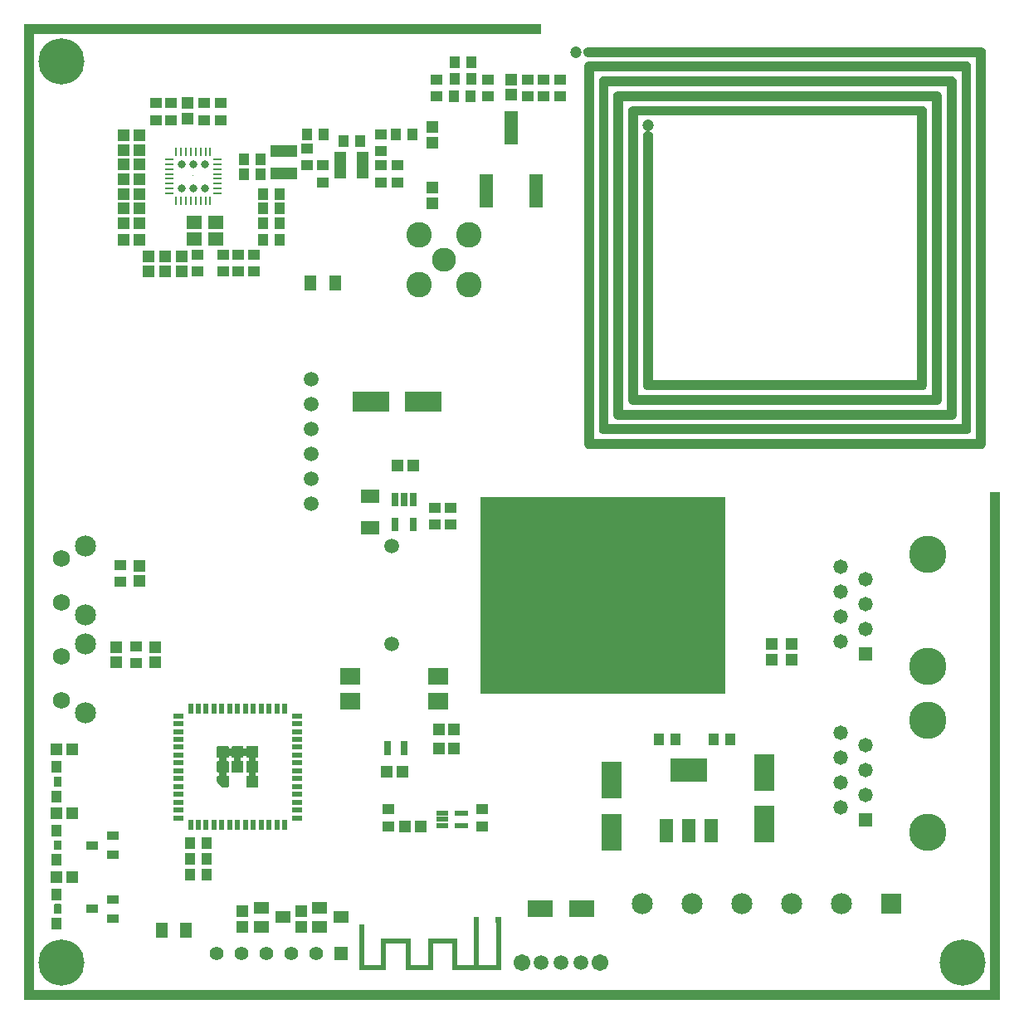
<source format=gts>
G04*
G04 #@! TF.GenerationSoftware,Altium Limited,Altium Designer,24.5.2 (23)*
G04*
G04 Layer_Color=8388736*
%FSLAX25Y25*%
%MOIN*%
G70*
G04*
G04 #@! TF.SameCoordinates,B46FEEB2-3EEE-4911-894C-B78D551571A6*
G04*
G04*
G04 #@! TF.FilePolarity,Negative*
G04*
G01*
G75*
%ADD42R,0.01102X0.03347*%
%ADD43R,0.03347X0.01102*%
%ADD44R,0.00083X0.00083*%
%ADD45R,0.05524X0.02375*%
%ADD46R,0.05039X0.01890*%
%ADD47R,0.03162X0.05524*%
%ADD48R,0.02835X0.05197*%
%ADD49R,0.05524X0.09461*%
%ADD50R,0.14580X0.09461*%
%ADD51R,0.08280X0.06706*%
%ADD52R,0.06312X0.04737*%
%ADD53R,0.04737X0.06391*%
%ADD54R,0.06312X0.05524*%
%ADD55R,0.14580X0.08083*%
%ADD56R,0.08083X0.14580*%
%ADD57R,0.04737X0.04343*%
%ADD58R,0.04816X0.04501*%
%ADD59R,0.04501X0.04816*%
%ADD60R,0.04343X0.04737*%
%ADD61R,0.04796X0.10800*%
%ADD62R,0.10800X0.04796*%
%ADD63R,0.10052X0.06902*%
%ADD64R,0.02375X0.03950*%
%ADD65R,0.03950X0.02375*%
%ADD66R,0.05485X0.13792*%
%ADD67R,0.05131X0.03359*%
%ADD68R,0.07493X0.05328*%
%ADD69R,0.02737X0.01981*%
%ADD70R,0.02480X0.21299*%
%ADD71R,0.01968X0.21299*%
%ADD72R,0.19685X0.01968*%
%ADD73R,0.01968X0.12598*%
%ADD74R,0.11811X0.01968*%
%ADD75R,0.11024X0.01968*%
%ADD76R,0.10630X0.01968*%
%ADD77R,0.01968X0.18386*%
%ADD78R,0.05792X0.05792*%
%ADD79C,0.05792*%
%ADD80C,0.14973*%
%ADD81C,0.00362*%
%ADD82C,0.08477*%
%ADD83C,0.06863*%
%ADD84C,0.04737*%
%ADD85C,0.10249*%
%ADD86C,0.09658*%
%ADD87C,0.05918*%
%ADD88R,0.08477X0.08477*%
%ADD89C,0.05603*%
%ADD90R,0.05603X0.05603*%
%ADD91C,0.06706*%
%ADD92C,0.03162*%
%ADD93C,0.18517*%
G36*
X386379Y383308D02*
X386933Y382753D01*
X387233Y382029D01*
Y381638D01*
Y224157D01*
Y223765D01*
X386933Y223041D01*
X386379Y222487D01*
X385655Y222187D01*
X227391D01*
X226667Y222487D01*
X226113Y223041D01*
X225813Y223765D01*
Y224157D01*
X225813Y375732D01*
Y376124D01*
X226113Y376848D01*
X226667Y377402D01*
X227391Y377702D01*
X227783Y377702D01*
X379358Y377702D01*
X379750D01*
X380474Y377402D01*
X381028Y376848D01*
X381328Y376124D01*
Y375732D01*
X381328Y230063D01*
X381328D01*
X381328Y229671D01*
X381028Y228947D01*
X380474Y228393D01*
X379750Y228093D01*
X379358Y228093D01*
X233688Y228093D01*
X233297D01*
X232573Y228393D01*
X232018Y228947D01*
X231719Y229671D01*
Y230063D01*
X231719Y369827D01*
Y370218D01*
X232018Y370942D01*
X232573Y371497D01*
X233297Y371796D01*
X233689D01*
X373452Y371796D01*
X373452Y371796D01*
X373844Y371796D01*
X374568Y371497D01*
X375122Y370942D01*
X375422Y370218D01*
X375422Y369827D01*
X375422Y235968D01*
X375422D01*
X375422Y235576D01*
X375122Y234852D01*
X374568Y234298D01*
X373844Y233998D01*
X373452Y233998D01*
X239594Y233998D01*
X239202D01*
X238478Y234298D01*
X237924Y234852D01*
X237624Y235576D01*
Y235968D01*
X237624Y363921D01*
Y364313D01*
X237924Y365037D01*
X238478Y365591D01*
X239202Y365891D01*
X239594Y365891D01*
X367547Y365891D01*
X367547Y365891D01*
X367939Y365891D01*
X368663Y365591D01*
X369217Y365037D01*
X369517Y364313D01*
X369517Y363921D01*
X369517Y241874D01*
X369517D01*
X369517Y241482D01*
X369217Y240758D01*
X368663Y240204D01*
X367939Y239904D01*
X367547Y239904D01*
X245500Y239904D01*
X245108D01*
X244384Y240204D01*
X243829Y240758D01*
X243530Y241482D01*
Y241874D01*
X243530Y358015D01*
Y358407D01*
X243829Y359131D01*
X244384Y359686D01*
X245108Y359985D01*
X245500D01*
X361641Y359985D01*
X361641Y359985D01*
X362033Y359985D01*
X362757Y359686D01*
X363311Y359131D01*
X363611Y358407D01*
X363611Y358015D01*
X363611Y247779D01*
Y247387D01*
X363311Y246663D01*
X362757Y246109D01*
X362033Y245809D01*
X251013D01*
X250289Y246109D01*
X249735Y246663D01*
X249435Y247387D01*
Y247779D01*
Y347990D01*
Y348382D01*
X249735Y349106D01*
X250289Y349660D01*
X251013Y349960D01*
X251797D01*
X252521Y349660D01*
X253075Y349106D01*
X253375Y348382D01*
Y347990D01*
Y249749D01*
X359671D01*
Y356046D01*
X247470Y356046D01*
X247470Y243844D01*
X365577D01*
X365577Y361951D01*
X241564Y361951D01*
X241564Y237938D01*
X371482D01*
X371482Y367857D01*
X235659Y367857D01*
X235659Y232033D01*
X377388D01*
X377388Y373762D01*
X229753Y373762D01*
X229753Y226127D01*
X383293D01*
Y379667D01*
X227167D01*
X226443Y379967D01*
X225889Y380522D01*
X225589Y381246D01*
Y382029D01*
X225889Y382753D01*
X226443Y383308D01*
X227167Y383608D01*
X385655D01*
X386379Y383308D01*
D02*
G37*
G36*
X282480Y124016D02*
X184055D01*
Y202756D01*
X282480D01*
Y124016D01*
D02*
G37*
G36*
X94541Y102760D02*
X94592Y102749D01*
X94642Y102733D01*
X94689Y102709D01*
X94732Y102680D01*
X94772Y102646D01*
X94806Y102606D01*
X94835Y102563D01*
X94858Y102516D01*
X94875Y102466D01*
X94886Y102415D01*
X94889Y102362D01*
Y98425D01*
X94886Y98373D01*
X94875Y98321D01*
X94858Y98272D01*
X94835Y98225D01*
X94806Y98181D01*
X94772Y98142D01*
X94732Y98107D01*
X94689Y98078D01*
X94642Y98055D01*
X94592Y98038D01*
X94541Y98028D01*
X94488Y98024D01*
X93905D01*
Y96858D01*
X94488D01*
X94541Y96854D01*
X94592Y96844D01*
X94642Y96827D01*
X94689Y96804D01*
X94732Y96775D01*
X94772Y96740D01*
X94806Y96701D01*
X94835Y96657D01*
X94858Y96610D01*
X94875Y96561D01*
X94886Y96509D01*
X94889Y96457D01*
Y92520D01*
X94886Y92467D01*
X94875Y92416D01*
X94858Y92366D01*
X94835Y92319D01*
X94806Y92276D01*
X94772Y92236D01*
X94732Y92202D01*
X94689Y92172D01*
X94642Y92149D01*
X94592Y92133D01*
X94541Y92122D01*
X94488Y92119D01*
X93905D01*
Y90952D01*
X94488D01*
X94541Y90949D01*
X94592Y90938D01*
X94642Y90921D01*
X94689Y90898D01*
X94732Y90869D01*
X94772Y90835D01*
X94806Y90795D01*
X94835Y90752D01*
X94858Y90705D01*
X94875Y90655D01*
X94886Y90604D01*
X94889Y90551D01*
Y86614D01*
X94886Y86562D01*
X94875Y86510D01*
X94858Y86461D01*
X94835Y86414D01*
X94806Y86370D01*
X94772Y86331D01*
X94732Y86296D01*
X94689Y86267D01*
X94642Y86244D01*
X94592Y86227D01*
X94541Y86217D01*
X94488Y86213D01*
X90551D01*
X90499Y86217D01*
X90447Y86227D01*
X90398Y86244D01*
X90351Y86267D01*
X90307Y86296D01*
X90268Y86331D01*
X90233Y86370D01*
X90204Y86414D01*
X90181Y86461D01*
X90164Y86510D01*
X90154Y86562D01*
X90150Y86614D01*
Y90551D01*
X90154Y90604D01*
X90164Y90655D01*
X90181Y90705D01*
X90204Y90752D01*
X90233Y90795D01*
X90268Y90835D01*
X90307Y90869D01*
X90351Y90898D01*
X90398Y90921D01*
X90447Y90938D01*
X90499Y90949D01*
X90551Y90952D01*
X91135D01*
Y92119D01*
X90551D01*
X90499Y92122D01*
X90447Y92133D01*
X90398Y92149D01*
X90351Y92172D01*
X90307Y92202D01*
X90268Y92236D01*
X90233Y92276D01*
X90204Y92319D01*
X90181Y92366D01*
X90164Y92416D01*
X90154Y92467D01*
X90150Y92520D01*
Y96457D01*
X90154Y96509D01*
X90164Y96561D01*
X90181Y96610D01*
X90204Y96657D01*
X90233Y96701D01*
X90268Y96740D01*
X90307Y96775D01*
X90351Y96804D01*
X90398Y96827D01*
X90447Y96844D01*
X90499Y96854D01*
X90551Y96858D01*
X91135D01*
Y98024D01*
X90551D01*
X90499Y98028D01*
X90447Y98038D01*
X90398Y98055D01*
X90351Y98078D01*
X90307Y98107D01*
X90268Y98142D01*
X90233Y98181D01*
X90204Y98225D01*
X90181Y98272D01*
X90164Y98321D01*
X90154Y98373D01*
X90150Y98425D01*
Y99009D01*
X88984D01*
Y98425D01*
X88980Y98373D01*
X88970Y98321D01*
X88953Y98272D01*
X88930Y98225D01*
X88901Y98181D01*
X88866Y98142D01*
X88827Y98107D01*
X88783Y98078D01*
X88736Y98055D01*
X88686Y98038D01*
X88635Y98028D01*
X88583Y98024D01*
X87999D01*
Y96858D01*
X88583D01*
X88635Y96854D01*
X88686Y96844D01*
X88736Y96827D01*
X88783Y96804D01*
X88827Y96775D01*
X88866Y96740D01*
X88901Y96701D01*
X88930Y96657D01*
X88953Y96610D01*
X88970Y96561D01*
X88980Y96509D01*
X88984Y96457D01*
Y92520D01*
X88980Y92467D01*
X88970Y92416D01*
X88953Y92366D01*
X88930Y92319D01*
X88901Y92276D01*
X88866Y92236D01*
X88827Y92202D01*
X88783Y92172D01*
X88736Y92149D01*
X88686Y92133D01*
X88635Y92122D01*
X88583Y92119D01*
X84646D01*
X84593Y92122D01*
X84542Y92133D01*
X84492Y92149D01*
X84445Y92172D01*
X84402Y92202D01*
X84362Y92236D01*
X84328Y92276D01*
X84298Y92319D01*
X84275Y92366D01*
X84259Y92416D01*
X84248Y92467D01*
X84245Y92520D01*
Y96457D01*
X84248Y96509D01*
X84259Y96561D01*
X84275Y96610D01*
X84298Y96657D01*
X84328Y96701D01*
X84362Y96740D01*
X84402Y96775D01*
X84445Y96804D01*
X84492Y96827D01*
X84542Y96844D01*
X84593Y96854D01*
X84646Y96858D01*
X85229D01*
Y98024D01*
X84646D01*
X84593Y98028D01*
X84542Y98038D01*
X84492Y98055D01*
X84445Y98078D01*
X84402Y98107D01*
X84362Y98142D01*
X84328Y98181D01*
X84298Y98225D01*
X84275Y98272D01*
X84259Y98321D01*
X84248Y98373D01*
X84245Y98425D01*
Y99009D01*
X83078D01*
Y98425D01*
X83075Y98373D01*
X83064Y98321D01*
X83047Y98272D01*
X83024Y98225D01*
X82995Y98181D01*
X82961Y98142D01*
X82921Y98107D01*
X82878Y98078D01*
X82831Y98055D01*
X82781Y98038D01*
X82730Y98028D01*
X82677Y98024D01*
X82094D01*
Y96858D01*
X82677D01*
X82730Y96854D01*
X82781Y96844D01*
X82831Y96827D01*
X82878Y96804D01*
X82921Y96775D01*
X82961Y96740D01*
X82995Y96701D01*
X83024Y96657D01*
X83047Y96610D01*
X83064Y96561D01*
X83075Y96509D01*
X83078Y96457D01*
Y92520D01*
X83075Y92467D01*
X83064Y92416D01*
X83047Y92366D01*
X83024Y92319D01*
X82995Y92276D01*
X82961Y92236D01*
X82921Y92202D01*
X82878Y92172D01*
X82831Y92149D01*
X82781Y92133D01*
X82730Y92122D01*
X82677Y92119D01*
X82094D01*
Y90952D01*
X82677D01*
X82730Y90949D01*
X82781Y90938D01*
X82831Y90921D01*
X82878Y90898D01*
X82921Y90869D01*
X82961Y90835D01*
X82995Y90795D01*
X83024Y90752D01*
X83047Y90705D01*
X83064Y90655D01*
X83075Y90604D01*
X83078Y90551D01*
Y86614D01*
X83075Y86562D01*
X83064Y86510D01*
X83047Y86461D01*
X83024Y86414D01*
X82995Y86370D01*
X82961Y86331D01*
X82921Y86296D01*
X82878Y86267D01*
X82831Y86244D01*
X82781Y86227D01*
X82730Y86217D01*
X82677Y86213D01*
X80709D01*
X80656Y86217D01*
X80605Y86227D01*
X80555Y86244D01*
X80508Y86267D01*
X80465Y86296D01*
X80425Y86331D01*
X78457Y88299D01*
X78422Y88339D01*
X78393Y88382D01*
X78370Y88429D01*
X78353Y88479D01*
X78343Y88530D01*
X78339Y88583D01*
Y90551D01*
X78343Y90604D01*
X78353Y90655D01*
X78370Y90705D01*
X78393Y90752D01*
X78422Y90795D01*
X78457Y90835D01*
X78496Y90869D01*
X78540Y90898D01*
X78587Y90921D01*
X78636Y90938D01*
X78688Y90949D01*
X78740Y90952D01*
X79324D01*
Y92119D01*
X78740D01*
X78688Y92122D01*
X78636Y92133D01*
X78587Y92149D01*
X78540Y92172D01*
X78496Y92202D01*
X78457Y92236D01*
X78422Y92276D01*
X78393Y92319D01*
X78370Y92366D01*
X78353Y92416D01*
X78343Y92467D01*
X78339Y92520D01*
Y96457D01*
X78343Y96509D01*
X78353Y96561D01*
X78370Y96610D01*
X78393Y96657D01*
X78422Y96701D01*
X78457Y96740D01*
X78496Y96775D01*
X78540Y96804D01*
X78587Y96827D01*
X78636Y96844D01*
X78688Y96854D01*
X78740Y96858D01*
X79324D01*
Y98024D01*
X78740D01*
X78688Y98028D01*
X78636Y98038D01*
X78587Y98055D01*
X78540Y98078D01*
X78496Y98107D01*
X78457Y98142D01*
X78422Y98181D01*
X78393Y98225D01*
X78370Y98272D01*
X78353Y98321D01*
X78343Y98373D01*
X78339Y98425D01*
Y102362D01*
X78343Y102415D01*
X78353Y102466D01*
X78370Y102516D01*
X78393Y102563D01*
X78422Y102606D01*
X78457Y102646D01*
X78496Y102680D01*
X78540Y102709D01*
X78587Y102733D01*
X78636Y102749D01*
X78688Y102760D01*
X78740Y102763D01*
X82677D01*
X82730Y102760D01*
X82781Y102749D01*
X82831Y102733D01*
X82878Y102709D01*
X82921Y102680D01*
X82961Y102646D01*
X82995Y102606D01*
X83024Y102563D01*
X83047Y102516D01*
X83064Y102466D01*
X83075Y102415D01*
X83078Y102362D01*
Y101779D01*
X84245D01*
Y102362D01*
X84248Y102415D01*
X84259Y102466D01*
X84275Y102516D01*
X84298Y102563D01*
X84328Y102606D01*
X84362Y102646D01*
X84402Y102680D01*
X84445Y102709D01*
X84492Y102733D01*
X84542Y102749D01*
X84593Y102760D01*
X84646Y102763D01*
X88583D01*
X88635Y102760D01*
X88686Y102749D01*
X88736Y102733D01*
X88783Y102709D01*
X88827Y102680D01*
X88866Y102646D01*
X88901Y102606D01*
X88930Y102563D01*
X88953Y102516D01*
X88970Y102466D01*
X88980Y102415D01*
X88984Y102362D01*
Y101779D01*
X90150D01*
Y102362D01*
X90154Y102415D01*
X90164Y102466D01*
X90181Y102516D01*
X90204Y102563D01*
X90233Y102606D01*
X90268Y102646D01*
X90307Y102680D01*
X90351Y102709D01*
X90398Y102733D01*
X90447Y102749D01*
X90499Y102760D01*
X90551Y102763D01*
X94488D01*
X94541Y102760D01*
D02*
G37*
G36*
X15603Y90549D02*
X15653Y90539D01*
X15702Y90522D01*
X15748Y90499D01*
X15791Y90470D01*
X15830Y90437D01*
X15864Y90398D01*
X15893Y90355D01*
X15916Y90308D01*
X15932Y90260D01*
X15942Y90209D01*
X15946Y90158D01*
Y87008D01*
X15942Y86956D01*
X15932Y86906D01*
X15916Y86857D01*
X15893Y86811D01*
X15864Y86768D01*
X15830Y86729D01*
X15791Y86695D01*
X15748Y86666D01*
X15702Y86643D01*
X15653Y86627D01*
X15603Y86617D01*
X15551Y86613D01*
X13189D01*
X13137Y86617D01*
X13087Y86627D01*
X13038Y86643D01*
X12992Y86666D01*
X12949Y86695D01*
X12910Y86729D01*
X12876Y86768D01*
X12847Y86811D01*
X12824Y86857D01*
X12808Y86906D01*
X12798Y86956D01*
X12794Y87008D01*
Y90158D01*
X12798Y90209D01*
X12808Y90260D01*
X12824Y90308D01*
X12847Y90355D01*
X12876Y90398D01*
X12910Y90437D01*
X12949Y90470D01*
X12992Y90499D01*
X13038Y90522D01*
X13087Y90539D01*
X13137Y90549D01*
X13189Y90552D01*
X15551D01*
X15603Y90549D01*
D02*
G37*
G36*
Y64958D02*
X15653Y64948D01*
X15702Y64931D01*
X15748Y64909D01*
X15791Y64880D01*
X15830Y64846D01*
X15864Y64807D01*
X15893Y64764D01*
X15916Y64718D01*
X15932Y64669D01*
X15942Y64618D01*
X15946Y64567D01*
Y61417D01*
X15942Y61366D01*
X15932Y61315D01*
X15916Y61266D01*
X15893Y61220D01*
X15864Y61177D01*
X15830Y61138D01*
X15791Y61104D01*
X15748Y61076D01*
X15702Y61053D01*
X15653Y61036D01*
X15603Y61026D01*
X15551Y61023D01*
X13189D01*
X13137Y61026D01*
X13087Y61036D01*
X13038Y61053D01*
X12992Y61076D01*
X12949Y61104D01*
X12910Y61138D01*
X12876Y61177D01*
X12847Y61220D01*
X12824Y61266D01*
X12808Y61315D01*
X12798Y61366D01*
X12794Y61417D01*
Y64567D01*
X12798Y64618D01*
X12808Y64669D01*
X12824Y64718D01*
X12847Y64764D01*
X12876Y64807D01*
X12910Y64846D01*
X12949Y64880D01*
X12992Y64909D01*
X13038Y64931D01*
X13087Y64948D01*
X13137Y64958D01*
X13189Y64961D01*
X15551D01*
X15603Y64958D01*
D02*
G37*
G36*
Y39367D02*
X15653Y39358D01*
X15702Y39341D01*
X15748Y39318D01*
X15791Y39289D01*
X15830Y39255D01*
X15864Y39217D01*
X15893Y39174D01*
X15916Y39127D01*
X15932Y39079D01*
X15942Y39028D01*
X15946Y38976D01*
Y35827D01*
X15942Y35775D01*
X15932Y35725D01*
X15916Y35676D01*
X15893Y35629D01*
X15864Y35587D01*
X15830Y35548D01*
X15791Y35514D01*
X15748Y35485D01*
X15702Y35462D01*
X15653Y35446D01*
X15603Y35436D01*
X15551Y35432D01*
X13189D01*
X13137Y35436D01*
X13087Y35446D01*
X13038Y35462D01*
X12992Y35485D01*
X12949Y35514D01*
X12910Y35548D01*
X12876Y35587D01*
X12847Y35629D01*
X12824Y35676D01*
X12808Y35725D01*
X12798Y35775D01*
X12794Y35827D01*
Y38976D01*
X12798Y39028D01*
X12808Y39079D01*
X12824Y39127D01*
X12847Y39174D01*
X12876Y39217D01*
X12910Y39255D01*
X12949Y39289D01*
X12992Y39318D01*
X13038Y39341D01*
X13087Y39358D01*
X13137Y39367D01*
X13189Y39371D01*
X15551D01*
X15603Y39367D01*
D02*
G37*
G36*
X183591Y32337D02*
X181623D01*
Y34305D01*
X183591D01*
Y32337D01*
D02*
G37*
G36*
X192660Y31813D02*
X190180D01*
Y34293D01*
X192660D01*
Y31813D01*
D02*
G37*
G36*
X208661Y388779D02*
X4921D01*
Y4921D01*
X388779D01*
Y204724D01*
X392717D01*
Y984D01*
X984D01*
Y4921D01*
Y388779D01*
Y392717D01*
X208661D01*
Y388779D01*
D02*
G37*
D42*
X75671Y321949D02*
D03*
X73702D02*
D03*
X71733D02*
D03*
X69764D02*
D03*
X67795D02*
D03*
X65826D02*
D03*
X63857D02*
D03*
X61888D02*
D03*
Y341437D02*
D03*
X63857D02*
D03*
X65826D02*
D03*
X67795D02*
D03*
X69764D02*
D03*
X71733D02*
D03*
X73702D02*
D03*
X75671D02*
D03*
D43*
X59035Y324803D02*
D03*
Y326772D02*
D03*
Y328740D02*
D03*
Y330709D02*
D03*
Y332677D02*
D03*
Y334646D02*
D03*
Y336614D02*
D03*
Y338583D02*
D03*
X78524D02*
D03*
Y336614D02*
D03*
Y334646D02*
D03*
Y332677D02*
D03*
Y330709D02*
D03*
Y328740D02*
D03*
Y326772D02*
D03*
Y324803D02*
D03*
D44*
X68779Y331693D02*
D03*
D45*
X176483Y75990D02*
D03*
Y70872D02*
D03*
D46*
X169003D02*
D03*
Y73431D02*
D03*
Y75990D02*
D03*
D47*
X157283Y191929D02*
D03*
X149803D02*
D03*
Y201772D02*
D03*
D48*
X153543D02*
D03*
X157283D02*
D03*
D49*
X258813Y68929D02*
D03*
X267868D02*
D03*
X276923D02*
D03*
D50*
X267868Y93338D02*
D03*
D51*
X131890Y120984D02*
D03*
Y130984D02*
D03*
X167323D02*
D03*
Y120984D02*
D03*
D52*
X128347Y34055D02*
D03*
X119685Y30315D02*
D03*
Y37795D02*
D03*
X104724Y34055D02*
D03*
X96063Y30315D02*
D03*
Y37795D02*
D03*
D53*
X56102Y28740D02*
D03*
X65945D02*
D03*
X125787Y288976D02*
D03*
X115945D02*
D03*
D54*
X77953Y306445D02*
D03*
X69291D02*
D03*
Y313138D02*
D03*
X77953D02*
D03*
D55*
X161024Y241142D02*
D03*
X140157D02*
D03*
D56*
X298206Y92354D02*
D03*
Y71488D02*
D03*
X236872Y68157D02*
D03*
Y89023D02*
D03*
D57*
X59881Y361024D02*
D03*
Y354331D02*
D03*
X53815Y361024D02*
D03*
Y354331D02*
D03*
X87008Y300197D02*
D03*
Y293504D02*
D03*
X150773Y336024D02*
D03*
Y329331D02*
D03*
X144342Y336030D02*
D03*
Y329337D02*
D03*
Y348406D02*
D03*
Y341714D02*
D03*
X120888Y329337D02*
D03*
Y336030D02*
D03*
X114606Y342717D02*
D03*
Y336024D02*
D03*
X73304Y361024D02*
D03*
Y354331D02*
D03*
X79997Y361024D02*
D03*
Y354331D02*
D03*
X70472Y300197D02*
D03*
Y293504D02*
D03*
X80709Y300197D02*
D03*
Y293504D02*
D03*
X93307Y300197D02*
D03*
Y293504D02*
D03*
X45840Y142717D02*
D03*
Y136024D02*
D03*
X39370Y175591D02*
D03*
Y168898D02*
D03*
X185008Y77362D02*
D03*
Y70669D02*
D03*
X216142Y363976D02*
D03*
Y370669D02*
D03*
X209452Y370669D02*
D03*
Y363976D02*
D03*
X187057Y370669D02*
D03*
Y363976D02*
D03*
X203143Y363976D02*
D03*
Y370669D02*
D03*
X166535Y363976D02*
D03*
Y370669D02*
D03*
X172047Y191929D02*
D03*
Y198622D02*
D03*
X165748Y191929D02*
D03*
Y198622D02*
D03*
X147244Y77362D02*
D03*
Y70669D02*
D03*
D58*
X164961Y345315D02*
D03*
Y351535D02*
D03*
X66611Y354842D02*
D03*
Y361063D02*
D03*
X57402Y299685D02*
D03*
Y293465D02*
D03*
X50709Y299685D02*
D03*
Y293465D02*
D03*
X64095Y299685D02*
D03*
Y293465D02*
D03*
X47244Y175354D02*
D03*
Y169134D02*
D03*
X37982Y136428D02*
D03*
Y142649D02*
D03*
X53485Y142649D02*
D03*
Y136428D02*
D03*
X112205Y36575D02*
D03*
Y30354D02*
D03*
X196372Y364458D02*
D03*
Y370679D02*
D03*
X309055Y143858D02*
D03*
Y137638D02*
D03*
X301181Y143858D02*
D03*
Y137638D02*
D03*
X88583Y36575D02*
D03*
Y30354D02*
D03*
X164961Y320974D02*
D03*
Y327195D02*
D03*
D59*
X40863Y306102D02*
D03*
X47083D02*
D03*
X40863Y312795D02*
D03*
X47083D02*
D03*
X40863Y318701D02*
D03*
X47083D02*
D03*
X40863Y324606D02*
D03*
X47083D02*
D03*
X40863Y330512D02*
D03*
X47083D02*
D03*
X40863Y336417D02*
D03*
X47083D02*
D03*
X40863Y342323D02*
D03*
X47083D02*
D03*
X40863Y348228D02*
D03*
X47083D02*
D03*
X13819Y101378D02*
D03*
X20039D02*
D03*
X146496Y92520D02*
D03*
X152717D02*
D03*
X167362Y109455D02*
D03*
X173583D02*
D03*
X167425Y101741D02*
D03*
X173645D02*
D03*
X13819Y75787D02*
D03*
X20039D02*
D03*
X13819Y50197D02*
D03*
X20039D02*
D03*
X151017Y215425D02*
D03*
X157238D02*
D03*
X160235Y70676D02*
D03*
X154014D02*
D03*
D60*
X103619Y306102D02*
D03*
X96926D02*
D03*
X156857Y348509D02*
D03*
X150164D02*
D03*
X121299D02*
D03*
X114606D02*
D03*
X89213Y338583D02*
D03*
X95905D02*
D03*
X89213Y332677D02*
D03*
X95906D02*
D03*
X135839Y345760D02*
D03*
X129146D02*
D03*
X103619Y318701D02*
D03*
X96926D02*
D03*
X103619Y324606D02*
D03*
X96926D02*
D03*
X103619Y312795D02*
D03*
X96926D02*
D03*
X284425Y105547D02*
D03*
X277732D02*
D03*
X255866D02*
D03*
X262559D02*
D03*
X67520Y51175D02*
D03*
X74213D02*
D03*
X67520Y57505D02*
D03*
X74213D02*
D03*
X67520Y63737D02*
D03*
X74213D02*
D03*
X173866Y370731D02*
D03*
X180559D02*
D03*
X180096Y363953D02*
D03*
X173403D02*
D03*
X180512Y377559D02*
D03*
X173819D02*
D03*
X13780Y31496D02*
D03*
Y43307D02*
D03*
Y57087D02*
D03*
Y68898D02*
D03*
Y82677D02*
D03*
Y94488D02*
D03*
D61*
X136993Y336221D02*
D03*
X127993D02*
D03*
D62*
X105093Y341707D02*
D03*
Y332707D02*
D03*
D63*
X208071Y37551D02*
D03*
X225000D02*
D03*
D64*
X67716Y71260D02*
D03*
X70866D02*
D03*
X74016D02*
D03*
X77165D02*
D03*
X80315D02*
D03*
X83465D02*
D03*
X86614D02*
D03*
X89764D02*
D03*
X92913D02*
D03*
X96063D02*
D03*
X99213D02*
D03*
X102362D02*
D03*
X105512D02*
D03*
Y117717D02*
D03*
X102362D02*
D03*
X99213D02*
D03*
X96063D02*
D03*
X92913D02*
D03*
X89764D02*
D03*
X86614D02*
D03*
X83465D02*
D03*
X80315D02*
D03*
X77165D02*
D03*
X74016D02*
D03*
X70866D02*
D03*
X67716D02*
D03*
D65*
X110433Y74016D02*
D03*
Y77165D02*
D03*
Y80315D02*
D03*
Y83465D02*
D03*
Y86614D02*
D03*
Y89764D02*
D03*
Y92913D02*
D03*
Y96063D02*
D03*
Y99213D02*
D03*
Y102362D02*
D03*
Y105512D02*
D03*
Y108661D02*
D03*
Y111811D02*
D03*
Y114961D02*
D03*
X62795D02*
D03*
Y111811D02*
D03*
Y108661D02*
D03*
Y105512D02*
D03*
Y102362D02*
D03*
Y99213D02*
D03*
Y96063D02*
D03*
Y92913D02*
D03*
Y89764D02*
D03*
Y86614D02*
D03*
Y83465D02*
D03*
Y80315D02*
D03*
Y77165D02*
D03*
Y74016D02*
D03*
D66*
X186457Y325984D02*
D03*
X196457Y351181D02*
D03*
X206457Y325984D02*
D03*
D67*
X36614Y59213D02*
D03*
Y66772D02*
D03*
X28346Y62992D02*
D03*
X28346Y37402D02*
D03*
X36614Y41181D02*
D03*
Y33622D02*
D03*
D68*
X139741Y203051D02*
D03*
Y190650D02*
D03*
D69*
X146949Y100036D02*
D03*
Y102004D02*
D03*
Y103972D02*
D03*
X153516D02*
D03*
Y102004D02*
D03*
Y100036D02*
D03*
D70*
X191409Y23654D02*
D03*
D71*
X182609Y23654D02*
D03*
D72*
X182806Y13989D02*
D03*
D73*
X173948Y19304D02*
D03*
X164105D02*
D03*
X155050D02*
D03*
X145208Y19304D02*
D03*
D74*
X169027Y24619D02*
D03*
X150129D02*
D03*
D75*
X159578Y13989D02*
D03*
D76*
X140877Y13989D02*
D03*
D77*
X136547Y22198D02*
D03*
D78*
X338957Y139980D02*
D03*
Y73051D02*
D03*
D79*
X328957Y144980D02*
D03*
X338957Y149980D02*
D03*
X328957Y154980D02*
D03*
X338957Y159980D02*
D03*
X328957Y164980D02*
D03*
X338957Y169980D02*
D03*
X328957Y174980D02*
D03*
Y78051D02*
D03*
X338957Y83051D02*
D03*
X328957Y88051D02*
D03*
X338957Y93051D02*
D03*
X328957Y98051D02*
D03*
X338957Y103051D02*
D03*
X328957Y108051D02*
D03*
D80*
X363957Y134980D02*
D03*
Y179980D02*
D03*
Y68051D02*
D03*
Y113051D02*
D03*
D81*
X68779Y331693D02*
D03*
D82*
X25646Y155492D02*
D03*
Y183091D02*
D03*
Y116122D02*
D03*
Y143720D02*
D03*
X329213Y39370D02*
D03*
X309213D02*
D03*
X289213D02*
D03*
X269213D02*
D03*
X249213D02*
D03*
D83*
X15843Y160433D02*
D03*
Y178150D02*
D03*
Y121063D02*
D03*
Y138779D02*
D03*
D84*
X222441Y381616D02*
D03*
X251362Y352160D02*
D03*
D85*
X159565Y288235D02*
D03*
Y308235D02*
D03*
X179565D02*
D03*
Y288235D02*
D03*
D86*
X169565Y298235D02*
D03*
D87*
X116142Y250079D02*
D03*
Y240079D02*
D03*
Y230079D02*
D03*
Y220079D02*
D03*
Y210079D02*
D03*
Y200079D02*
D03*
X148622Y143701D02*
D03*
Y183071D02*
D03*
X208661Y15748D02*
D03*
X216535D02*
D03*
X224410D02*
D03*
D88*
X349213Y39370D02*
D03*
D89*
X78110Y19685D02*
D03*
X88110D02*
D03*
X98110D02*
D03*
X108110D02*
D03*
X118110D02*
D03*
D90*
X128110D02*
D03*
D91*
X200787Y15748D02*
D03*
X232283D02*
D03*
D92*
X73504Y336417D02*
D03*
X68779D02*
D03*
X64055D02*
D03*
Y326969D02*
D03*
X68779D02*
D03*
X73504D02*
D03*
D93*
X377953Y15748D02*
D03*
X15748D02*
D03*
Y377953D02*
D03*
M02*

</source>
